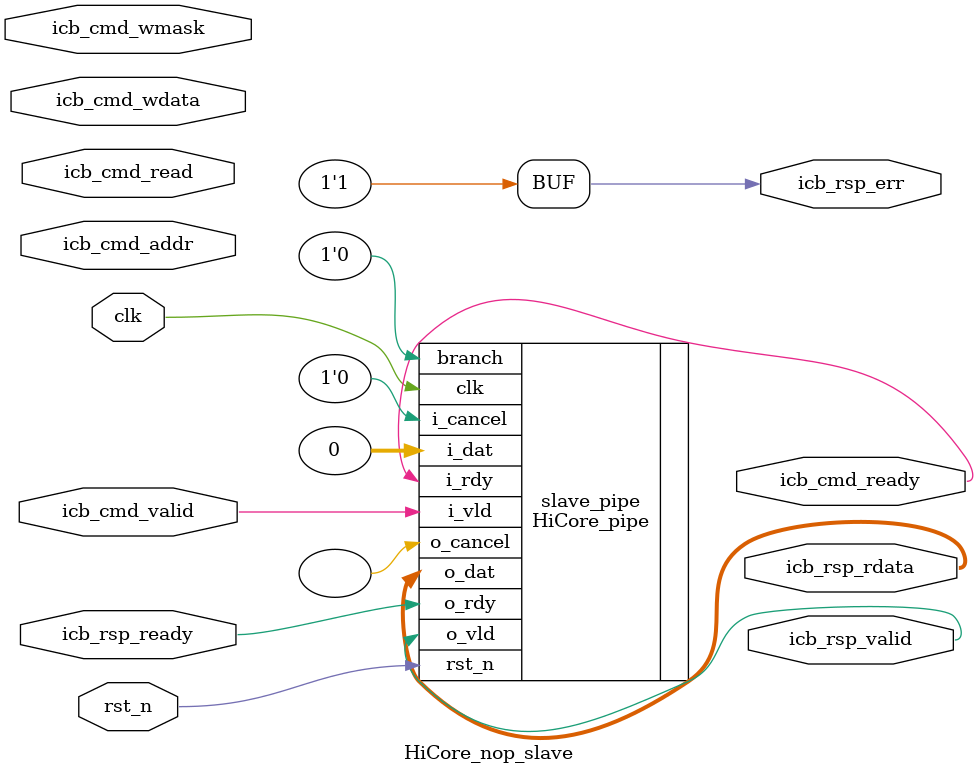
<source format=v>
module HiCore_nop_slave #(
    parameter AW=32,
    parameter DW=32
)(
    input               icb_cmd_valid,
    output              icb_cmd_ready,
    input  [AW-1:0]     icb_cmd_addr,
    input               icb_cmd_read,
    input  [DW-1:0]     icb_cmd_wdata,
    input  [DW/8-1:0]   icb_cmd_wmask,

    input               icb_rsp_ready,
    output              icb_rsp_valid,
    output              icb_rsp_err,
    output [DW-1:0]     icb_rsp_rdata,

    input               clk,
    input               rst_n
);

HiCore_pipe # (
  .CUT_READY(0),
  .DW(DW)
) slave_pipe(
  .i_vld(icb_cmd_valid), 
  .i_rdy(icb_cmd_ready), 
  .i_dat(0),
  .i_cancel(1'b0),
  .o_vld(icb_rsp_valid), 
  .o_rdy(icb_rsp_ready), 
  .o_dat(icb_rsp_rdata),
  .o_cancel(),
  .branch(1'b0),
  .clk(clk),
  .rst_n(rst_n)
);

assign icb_rsp_err = 1'b1;

endmodule

</source>
